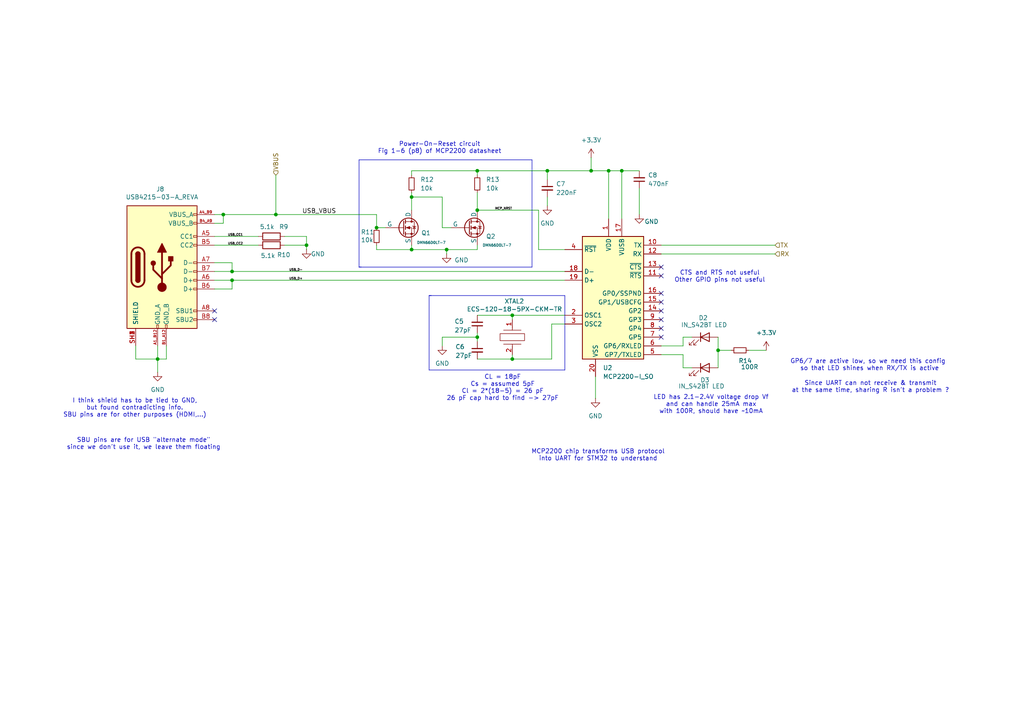
<source format=kicad_sch>
(kicad_sch (version 20250114) (generator "eeschema") (generator_version "9.0")
  (paper "A4")
  (title_block (company "N-Pulse"))
  (lib_symbols
    (symbol "Device:C_Small" (pin_numbers (hide yes)) (pin_names (offset 0.254) (hide yes))
      (property "Reference" "C" (at 0.254 1.778 0))
      (property "Value" "C_Small" (at 0.254 -2.032 0))
      (symbol "C_Small_0_1"
        (polyline (pts (xy -1.524 0.508) (xy 1.524 0.508)) (stroke (width 0.3048)))
        (polyline (pts (xy -1.524 -0.508) (xy 1.524 -0.508)) (stroke (width 0.3302)))
      )
      (symbol "C_Small_1_1"
        (pin passive line (at 0 2.54 270) (length 2.032) (name "~") (number "1"))
        (pin passive line (at 0 -2.54 90) (length 2.032) (name "~") (number "2"))
      )
    )
    (symbol "Device:LED" (pin_numbers (hide yes)) (pin_names (offset 1.016) (hide yes))
      (property "Reference" "D" (at 0 2.54 0))
      (property "Value" "LED" (at 0 -2.54 0))
      (symbol "LED_0_1"
        (polyline (pts (xy -3.048 -0.762) (xy -4.572 -2.286) (xy -3.81 -2.286) (xy -4.572 -2.286) (xy -4.572 -1.524)))
        (polyline (pts (xy -1.778 -0.762) (xy -3.302 -2.286) (xy -2.54 -2.286) (xy -3.302 -2.286) (xy -3.302 -1.524)))
        (polyline (pts (xy -1.27 0) (xy 1.27 0)))
        (polyline (pts (xy -1.27 -1.27) (xy -1.27 1.27)) (stroke (width 0.254)))
        (polyline (pts (xy 1.27 -1.27) (xy 1.27 1.27) (xy -1.27 0) (xy 1.27 -1.27)) (stroke (width 0.254)))
      )
      (symbol "LED_1_1"
        (pin passive line (at -3.81 0 0) (length 2.54) (name "K") (number "1"))
        (pin passive line (at 3.81 0 180) (length 2.54) (name "A") (number "2"))
      )
    )
    (symbol "Device:R" (pin_numbers (hide yes)) (pin_names (offset 0))
      (property "Reference" "R" (at 2.032 0 90))
      (property "Value" "R" (at 0 0 90))
      (symbol "R_0_1"
        (rectangle (start -1.016 -2.54) (end 1.016 2.54) (stroke (width 0.254)))
      )
      (symbol "R_1_1"
        (pin passive line (at 0 3.81 270) (length 1.27) (name "~") (number "1"))
        (pin passive line (at 0 -3.81 90) (length 1.27) (name "~") (number "2"))
      )
    )
    (symbol "Device:R_Small" (pin_numbers (hide yes)) (pin_names (offset 0.254) (hide yes))
      (property "Reference" "R" (at 0.762 0.508 0))
      (property "Value" "R_Small" (at 0.762 -1.016 0))
      (symbol "R_Small_0_1"
        (rectangle (start -0.762 1.778) (end 0.762 -1.778) (stroke (width 0.2032)))
      )
      (symbol "R_Small_1_1"
        (pin passive line (at 0 2.54 270) (length 0.762) (name "~") (number "1"))
        (pin passive line (at 0 -2.54 90) (length 0.762) (name "~") (number "2"))
      )
    )
    (symbol "ECS-120-18-5PX-CKM-TR:ECS-120-18-5PX-CKM-TR" (pin_names (offset 0.762))
      (property "Reference" "Y" (at 8.89 6.35 0))
      (property "Value" "ECS-120-18-5PX-CKM-TR" (at 8.89 3.81 0))
      (symbol "ECS-120-18-5PX-CKM-TR_0_0"
        (pin passive line (at 0 0 0) (length 2.54) (name "~") (number "1"))
        (pin passive line (at 10.16 0 180) (length 2.54) (name "~") (number "2"))
      )
      (symbol "ECS-120-18-5PX-CKM-TR_0_1"
        (polyline (pts (xy 3.048 2.54) (xy 3.048 -2.54)) (stroke (width 0.1524)))
        (polyline (pts (xy 3.048 0) (xy 2.54 0)) (stroke (width 0.1524)))
        (polyline (pts (xy 4.064 3.556) (xy 4.064 -3.556) (xy 6.096 -3.556) (xy 6.096 3.556) (xy 4.064 3.556)) (stroke (width 0.1524)))
        (polyline (pts (xy 7.112 2.54) (xy 7.112 -2.54)) (stroke (width 0.1524)))
        (polyline (pts (xy 7.112 0) (xy 7.62 0)) (stroke (width 0.1524)))
      )
    )
    (symbol "MCP2200-I_SO:MCP2200-I_SO"
      (property "Reference" "IC" (at 9.652 15.748 0))
      (property "Value" "MCP2200-I_SO" (at 2.794 13.462 0))
      (symbol "MCP2200-I_SO_0_1"
        (rectangle (start 0 0) (end 17.78 -35.56) (stroke (width 0.254)) (fill (type background)))
      )
      (symbol "MCP2200-I_SO_1_1"
        (pin input line (at -5.08 -3.81 0) (length 5.08) (name "~{RST}") (number "4"))
        (pin bidirectional line (at -5.08 -10.16 0) (length 5.08) (name "D-") (number "18"))
        (pin bidirectional line (at -5.08 -12.7 0) (length 5.08) (name "D+") (number "19"))
        (pin input line (at -5.08 -22.86 0) (length 5.08) (name "OSC1") (number "2"))
        (pin output line (at -5.08 -25.4 0) (length 5.08) (name "OSC2") (number "3"))
        (pin power_in line (at 3.81 -40.64 90) (length 5.08) (name "VSS") (number "20"))
        (pin power_in line (at 7.62 5.08 270) (length 5.08) (name "VDD") (number "1"))
        (pin passive line (at 11.43 5.08 270) (length 5.08) (name "VUSB") (number "17"))
        (pin output line (at 22.86 -2.54 180) (length 5.08) (name "TX") (number "10"))
        (pin input line (at 22.86 -5.08 180) (length 5.08) (name "RX") (number "12"))
        (pin unspecified line (at 22.86 -8.89 180) (length 5.08) (name "~{CTS}") (number "13"))
        (pin unspecified line (at 22.86 -11.43 180) (length 5.08) (name "~{RTS}") (number "11"))
        (pin bidirectional line (at 22.86 -16.51 180) (length 5.08) (name "GP0/SSPND") (number "16"))
        (pin bidirectional line (at 22.86 -19.05 180) (length 5.08) (name "GP1/USBCFG") (number "15"))
        (pin bidirectional line (at 22.86 -21.59 180) (length 5.08) (name "GP2") (number "14"))
        (pin bidirectional line (at 22.86 -24.13 180) (length 5.08) (name "GP3") (number "9"))
        (pin bidirectional line (at 22.86 -26.67 180) (length 5.08) (name "GP4") (number "8"))
        (pin bidirectional line (at 22.86 -29.21 180) (length 5.08) (name "GP5") (number "7"))
        (pin bidirectional line (at 22.86 -31.75 180) (length 5.08) (name "GP6/RXLED") (number "6"))
        (pin bidirectional line (at 22.86 -34.29 180) (length 5.08) (name "GP7/TXLED") (number "5"))
      )
    )
    (symbol "Simulation_SPICE:NMOS" (pin_numbers (hide yes)) (pin_names (offset 0))
      (property "Reference" "Q" (at 5.08 1.27 0))
      (property "Value" "NMOS" (at 5.08 -1.27 0))
      (symbol "NMOS_0_1"
        (polyline (pts (xy 0.254 1.905) (xy 0.254 -1.905)) (stroke (width 0.254)))
        (polyline (pts (xy 0.254 0) (xy -2.54 0)))
        (polyline (pts (xy 0.762 2.286) (xy 0.762 1.27)) (stroke (width 0.254)))
        (polyline (pts (xy 0.762 0.508) (xy 0.762 -0.508)) (stroke (width 0.254)))
        (polyline (pts (xy 0.762 -1.27) (xy 0.762 -2.286)) (stroke (width 0.254)))
        (polyline (pts (xy 0.762 -1.778) (xy 3.302 -1.778) (xy 3.302 1.778) (xy 0.762 1.778)))
        (polyline (pts (xy 1.016 0) (xy 2.032 0.381) (xy 2.032 -0.381) (xy 1.016 0)) (fill (type outline)))
        (circle (center 1.651 0) (radius 2.794) (stroke (width 0.254)))
        (polyline (pts (xy 2.54 2.54) (xy 2.54 1.778)))
        (circle (center 2.54 1.778) (radius 0.254) (fill (type outline)))
        (circle (center 2.54 -1.778) (radius 0.254) (fill (type outline)))
        (polyline (pts (xy 2.54 -2.54) (xy 2.54 0) (xy 0.762 0)))
        (polyline (pts (xy 2.794 0.508) (xy 2.921 0.381) (xy 3.683 0.381) (xy 3.81 0.254)))
        (polyline (pts (xy 3.302 0.381) (xy 2.921 -0.254) (xy 3.683 -0.254) (xy 3.302 0.381)))
      )
      (symbol "NMOS_1_1"
        (pin input line (at -5.08 0 0) (length 2.54) (name "G") (number "2"))
        (pin passive line (at 2.54 5.08 270) (length 2.54) (name "D") (number "1"))
        (pin passive line (at 2.54 -5.08 90) (length 2.54) (name "S") (number "3"))
      )
    )
    (symbol "USB4215-03-A_REVA_1" (pin_names (offset 1.016))
      (property "Reference" "J8" (at 9.652 4.826 0))
      (property "Value" "USB4215-03-A_REVA" (at 10.16 2.54 0))
      (symbol "USB4215-03-A_REVA_1_0_0"
        (rectangle (start 8.636 -34.544) (end 9.144 -35.56))
        (rectangle (start 11.146 -34.5113) (end 11.654 -35.5273))
        (rectangle (start 19.304 -2.286) (end 20.32 -2.794))
        (rectangle (start 19.3111 -4.7978) (end 20.3271 -5.3058))
        (rectangle (start 20.32 -8.636) (end 19.304 -9.144))
        (rectangle (start 20.32 -11.176) (end 19.304 -11.684))
        (rectangle (start 20.32 -16.256) (end 19.304 -16.764))
        (rectangle (start 20.32 -18.796) (end 19.304 -19.304))
        (rectangle (start 20.32 -21.336) (end 19.304 -21.844))
        (rectangle (start 20.32 -23.876) (end 19.304 -24.384))
        (rectangle (start 20.32 -30.226) (end 19.304 -30.734))
        (rectangle (start 20.32 -32.766) (end 19.304 -33.274))
      )
      (symbol "USB4215-03-A_REVA_1_0_1"
        (rectangle (start 0 0) (end 20.32 -35.56) (stroke (width 0.254)) (fill (type background)))
        (polyline (pts (xy 1.27 -21.59) (xy 1.27 -13.97)) (stroke (width 0.508)))
        (rectangle (start 2.54 -21.59) (end 3.81 -13.97) (stroke (width 0.254)) (fill (type outline)))
        (arc (start 2.54 -13.97) (mid 3.175 -13.3377) (end 3.81 -13.97) (stroke (width 0.254)))
        (arc (start 2.54 -13.97) (mid 3.175 -13.3377) (end 3.81 -13.97) (stroke (width 0.254)) (fill (type outline)))
        (arc (start 1.27 -13.97) (mid 3.175 -12.0733) (end 5.08 -13.97) (stroke (width 0.508)))
        (arc (start 5.08 -21.59) (mid 3.175 -23.4867) (end 1.27 -21.59) (stroke (width 0.508)))
        (arc (start 3.81 -21.59) (mid 3.175 -22.2223) (end 2.54 -21.59) (stroke (width 0.254)))
        (arc (start 3.81 -21.59) (mid 3.175 -22.2223) (end 2.54 -21.59) (stroke (width 0.254)) (fill (type outline)))
        (polyline (pts (xy 5.08 -13.97) (xy 5.08 -21.59)) (stroke (width 0.508)))
        (circle (center 7.62 -16.637) (radius 0.635) (stroke (width 0.254)) (fill (type outline)))
        (polyline (pts (xy 8.89 -13.462) (xy 10.16 -10.922) (xy 11.43 -13.462) (xy 8.89 -13.462)) (stroke (width 0.254)) (fill (type outline)))
        (polyline (pts (xy 10.16 -19.812) (xy 12.7 -17.272) (xy 12.7 -16.002)) (stroke (width 0.508)))
        (polyline (pts (xy 10.16 -21.082) (xy 7.62 -18.542) (xy 7.62 -17.272)) (stroke (width 0.508)))
        (polyline (pts (xy 10.16 -23.622) (xy 10.16 -13.462)) (stroke (width 0.508)))
        (circle (center 10.16 -23.622) (radius 1.27) (fill (type outline)))
        (rectangle (start 12.065 -16.002) (end 13.335 -14.732) (stroke (width 0.254)) (fill (type outline)))
      )
      (symbol "USB4215-03-A_REVA_1_1_1"
        (pin passive line (at 2.54 -40.64 90) (length 5.08) (name "SHIELD") (number "SH1"))
        (pin passive line (at 2.54 -40.64 90) (length 5.08) (name "SHIELD") (number "SH2"))
        (pin passive line (at 2.54 -40.64 90) (length 5.08) (name "SHIELD") (number "SH3"))
        (pin passive line (at 2.54 -40.64 90) (length 5.08) (name "SHIELD") (number "SH4"))
        (pin power_in line (at 8.89 -40.64 90) (length 5.08) (name "GND_A") (number "A1_B12"))
        (pin power_in line (at 11.43 -40.64 90) (length 5.08) (name "GND_B") (number "B1_A12"))
        (pin power_in line (at 25.4 -2.54 180) (length 5.08) (name "VBUS_A") (number "A4_B9"))
        (pin power_in line (at 25.4 -5.08 180) (length 5.08) (name "VBUS_B") (number "B4_A9"))
        (pin bidirectional line (at 25.4 -8.89 180) (length 5.08) (name "CC1") (number "A5"))
        (pin bidirectional line (at 25.4 -11.43 180) (length 5.08) (name "CC2") (number "B5"))
        (pin bidirectional line (at 25.4 -16.51 180) (length 5.08) (name "D-") (number "A7"))
        (pin bidirectional line (at 25.4 -19.05 180) (length 5.08) (name "D-") (number "B7"))
        (pin bidirectional line (at 25.4 -21.59 180) (length 5.08) (name "D+") (number "A6"))
        (pin bidirectional line (at 25.4 -24.13 180) (length 5.08) (name "D+") (number "B6"))
        (pin bidirectional line (at 25.4 -30.48 180) (length 5.08) (name "SBU1") (number "A8"))
        (pin bidirectional line (at 25.4 -33.02 180) (length 5.08) (name "SBU2") (number "B8"))
      )
    )
    (symbol "power:+3.3V" (power) (pin_numbers (hide yes)) (pin_names (offset 0) (hide yes))
      (property "Value" "+3.3V" (at 0 3.556 0))
      (symbol "+3.3V_0_1"
        (polyline (pts (xy -0.762 1.27) (xy 0 2.54)))
        (polyline (pts (xy 0 2.54) (xy 0.762 1.27)))
        (polyline (pts (xy 0 0) (xy 0 2.54)))
      )
      (symbol "+3.3V_1_1"
        (pin power_in line (at 0 0 90) (length 0) (name "~") (number "1"))
      )
    )
    (symbol "power:GND" (power) (pin_numbers (hide yes)) (pin_names (offset 0) (hide yes))
      (property "Value" "GND" (at 0 -3.81 0))
      (symbol "GND_0_1"
        (polyline (pts (xy 0 0) (xy 0 -1.27) (xy 1.27 -1.27) (xy 0 -2.54) (xy -1.27 -1.27) (xy 0 -1.27)))
      )
      (symbol "GND_1_1"
        (pin power_in line (at 0 0 270) (length 0) (name "~") (number "1"))
      )
    )
  )
  (text "Power-On-Reset circuit\nFig 1-6 (p8) of MCP2200 datasheet" (at 127.508 42.926 0) (effects (font (size 1.27 1.27))))
  (text "I think shield has to be tied to GND,\nbut found contradicting info.\nSBU pins are for other purposes (HDMI,...)" (at 39.116 118.364 0) (effects (font (size 1.27 1.27))))
  (text "Since UART can not receive & transmit\nat the same time, sharing R isn't a problem ?" (at 252.476 112.268 0) (effects (font (size 1.27 1.27))))
  (text "GP6/7 are active low, so we need this config \nso that LED shines when RX/TX is active" (at 252.222 105.918 0) (effects (font (size 1.27 1.27))))
  (text "LED has 2.1-2.4V voltage drop Vf\nand can handle 25mA max\nwith 100R, should have ~10mA" (at 206.248 117.348 0) (effects (font (size 1.27 1.27))))
  (text "SBU pins are for USB \"alternate mode\"\nsince we don't use it, we leave them floating" (at 41.656 128.778 0) (effects (font (size 1.27 1.27))))
  (text "CL = 18pF\nCs = assumed 5pF\nCl = 2*(18-5) = 26 pF\n26 pF cap hard to find -> 27pF" (at 145.796 112.522 0) (effects (font (size 1.27 1.27))))
  (text "MCP2200 chip transforms USB protocol\ninto UART for STM32 to understand" (at 173.482 132.08 0) (effects (font (size 1.27 1.27))))
  (text "CTS and RTS not useful\nOther GPIO pins not useful" (at 208.788 80.264 0) (effects (font (size 1.27 1.27))))
  (junction (at 171.45 49.53))
  (junction (at 119.38 57.15))
  (junction (at 148.59 104.14))
  (junction (at 80.01 62.23))
  (junction (at 109.22 66.04))
  (junction (at 176.53 49.53))
  (junction (at 129.54 72.39))
  (junction (at 45.72 104.14))
  (junction (at 138.43 49.53))
  (junction (at 67.31 78.74))
  (junction (at 138.43 60.96))
  (junction (at 64.77 62.23))
  (junction (at 119.38 72.39))
  (junction (at 180.34 49.53))
  (junction (at 158.75 49.53))
  (junction (at 148.59 91.44))
  (junction (at 67.31 81.28))
  (junction (at 208.28 101.6))
  (junction (at 138.43 97.79))
  (junction (at 88.9 71.12))
  (no_connect (at 191.77 85.09))
  (no_connect (at 62.23 90.17))
  (no_connect (at 62.23 92.71))
  (no_connect (at 191.77 77.47))
  (no_connect (at 191.77 87.63))
  (no_connect (at 191.77 90.17))
  (no_connect (at 191.77 92.71))
  (no_connect (at 191.77 80.01))
  (no_connect (at 191.77 97.79))
  (no_connect (at 191.77 95.25))
  (wire (pts (xy 119.38 55.88) (xy 119.38 57.15)))
  (wire (pts (xy 128.27 97.79) (xy 128.27 100.33)))
  (wire (pts (xy 176.53 49.53) (xy 176.53 63.5)))
  (wire (pts (xy 129.54 72.39) (xy 129.54 73.66)))
  (wire (pts (xy 138.43 91.44) (xy 148.59 91.44)))
  (wire (pts (xy 109.22 66.04) (xy 111.76 66.04)))
  (polyline (pts (xy 104.14 46.355) (xy 104.14 77.47)))
  (wire (pts (xy 191.77 73.66) (xy 224.79 73.66)))
  (wire (pts (xy 88.9 71.12) (xy 88.9 72.39)))
  (wire (pts (xy 138.43 104.14) (xy 148.59 104.14)))
  (wire (pts (xy 148.59 91.44) (xy 148.59 92.71)))
  (wire (pts (xy 62.23 81.28) (xy 67.31 81.28)))
  (wire (pts (xy 138.43 55.88) (xy 138.43 60.96)))
  (wire (pts (xy 62.23 76.2) (xy 67.31 76.2)))
  (wire (pts (xy 158.75 57.15) (xy 158.75 59.69)))
  (wire (pts (xy 67.31 83.82) (xy 62.23 83.82)))
  (wire (pts (xy 45.72 107.95) (xy 45.72 104.14)))
  (wire (pts (xy 128.27 57.15) (xy 128.27 66.04)))
  (wire (pts (xy 109.22 72.39) (xy 109.22 71.12)))
  (polyline (pts (xy 163.83 107.315) (xy 124.46 107.315)))
  (wire (pts (xy 62.23 64.77) (xy 64.77 64.77)))
  (wire (pts (xy 138.43 71.12) (xy 138.43 72.39)))
  (polyline (pts (xy 124.46 85.725) (xy 125.095 85.725)))
  (wire (pts (xy 109.22 72.39) (xy 119.38 72.39)))
  (wire (pts (xy 138.43 97.79) (xy 128.27 97.79)))
  (wire (pts (xy 67.31 81.28) (xy 67.31 83.82)))
  (polyline (pts (xy 104.14 46.355) (xy 154.305 46.355)))
  (wire (pts (xy 62.23 62.23) (xy 64.77 62.23)))
  (wire (pts (xy 39.37 100.33) (xy 39.37 104.14)))
  (wire (pts (xy 148.59 104.14) (xy 160.02 104.14)))
  (wire (pts (xy 80.01 62.23) (xy 109.22 62.23)))
  (wire (pts (xy 208.28 97.79) (xy 208.28 101.6)))
  (wire (pts (xy 39.37 104.14) (xy 45.72 104.14)))
  (wire (pts (xy 160.02 93.98) (xy 160.02 104.14)))
  (wire (pts (xy 185.42 54.61) (xy 185.42 62.23)))
  (wire (pts (xy 119.38 71.12) (xy 119.38 72.39)))
  (wire (pts (xy 180.34 49.53) (xy 185.42 49.53)))
  (wire (pts (xy 67.31 76.2) (xy 67.31 78.74)))
  (wire (pts (xy 176.53 49.53) (xy 180.34 49.53)))
  (wire (pts (xy 64.77 62.23) (xy 80.01 62.23)))
  (wire (pts (xy 198.12 97.79) (xy 200.66 97.79)))
  (wire (pts (xy 62.23 71.12) (xy 74.93 71.12)))
  (wire (pts (xy 138.43 96.52) (xy 138.43 97.79)))
  (wire (pts (xy 119.38 49.53) (xy 138.43 49.53)))
  (wire (pts (xy 138.43 72.39) (xy 129.54 72.39)))
  (wire (pts (xy 212.09 101.6) (xy 208.28 101.6)))
  (wire (pts (xy 82.55 71.12) (xy 88.9 71.12)))
  (wire (pts (xy 80.01 50.8) (xy 80.01 62.23)))
  (wire (pts (xy 172.72 109.22) (xy 172.72 115.57)))
  (wire (pts (xy 138.43 97.79) (xy 138.43 99.06)))
  (wire (pts (xy 129.54 72.39) (xy 119.38 72.39)))
  (wire (pts (xy 67.31 78.74) (xy 163.83 78.74)))
  (polyline (pts (xy 104.14 77.47) (xy 104.775 77.47)))
  (wire (pts (xy 45.72 100.33) (xy 45.72 104.14)))
  (wire (pts (xy 64.77 64.77) (xy 64.77 62.23)))
  (wire (pts (xy 62.23 68.58) (xy 74.93 68.58)))
  (wire (pts (xy 88.9 68.58) (xy 88.9 71.12)))
  (wire (pts (xy 198.12 102.87) (xy 191.77 102.87)))
  (wire (pts (xy 138.43 49.53) (xy 158.75 49.53)))
  (wire (pts (xy 148.59 102.87) (xy 148.59 104.14)))
  (wire (pts (xy 158.75 49.53) (xy 171.45 49.53)))
  (wire (pts (xy 119.38 57.15) (xy 119.38 60.96)))
  (wire (pts (xy 48.26 104.14) (xy 48.26 100.33)))
  (wire (pts (xy 198.12 106.68) (xy 200.66 106.68)))
  (wire (pts (xy 198.12 106.68) (xy 198.12 102.87)))
  (wire (pts (xy 158.75 49.53) (xy 158.75 52.07)))
  (polyline (pts (xy 124.46 85.725) (xy 124.46 107.315)))
  (wire (pts (xy 191.77 100.33) (xy 198.12 100.33)))
  (wire (pts (xy 119.38 57.15) (xy 128.27 57.15)))
  (polyline (pts (xy 124.46 85.725) (xy 163.83 85.725)))
  (wire (pts (xy 160.02 93.98) (xy 163.83 93.98)))
  (wire (pts (xy 171.45 45.72) (xy 171.45 49.53)))
  (wire (pts (xy 156.21 72.39) (xy 163.83 72.39)))
  (wire (pts (xy 138.43 60.96) (xy 156.21 60.96)))
  (wire (pts (xy 148.59 91.44) (xy 163.83 91.44)))
  (wire (pts (xy 82.55 68.58) (xy 88.9 68.58)))
  (wire (pts (xy 138.43 49.53) (xy 138.43 50.8)))
  (wire (pts (xy 191.77 71.12) (xy 224.79 71.12)))
  (wire (pts (xy 45.72 104.14) (xy 48.26 104.14)))
  (wire (pts (xy 156.21 60.96) (xy 156.21 72.39)))
  (wire (pts (xy 67.31 81.28) (xy 163.83 81.28)))
  (wire (pts (xy 208.28 101.6) (xy 208.28 106.68)))
  (wire (pts (xy 198.12 100.33) (xy 198.12 97.79)))
  (wire (pts (xy 109.22 62.23) (xy 109.22 66.04)))
  (polyline (pts (xy 104.14 77.47) (xy 154.305 77.47)))
  (wire (pts (xy 119.38 50.8) (xy 119.38 49.53)))
  (wire (pts (xy 67.31 78.74) (xy 62.23 78.74)))
  (wire (pts (xy 217.17 101.6) (xy 222.25 101.6)))
  (wire (pts (xy 128.27 66.04) (xy 130.81 66.04)))
  (wire (pts (xy 180.34 63.5) (xy 180.34 49.53)))
  (polyline (pts (xy 163.83 85.725) (xy 163.83 107.315)))
  (wire (pts (xy 171.45 49.53) (xy 176.53 49.53)))
  (polyline (pts (xy 154.305 77.47) (xy 154.305 46.355)))
  (label "USB_VBUS" (at 87.63 62.23 0))
  (label "USB_CC1" (at 66.04 68.58 0) (effects (font (size 0.635 0.635))))
  (label "USB_CC2" (at 66.04 71.12 0) (effects (font (size 0.635 0.635))))
  (label "MCP_NRST" (at 143.51 60.96 0) (effects (font (size 0.635 0.635))))
  (label "USB_D+" (at 83.82 81.28 0) (effects (font (size 0.635 0.635))))
  (label "USB_D-" (at 83.82 78.74 0) (effects (font (size 0.635 0.635))))
  (hierarchical_label "TX" (shape input) (at 224.79 71.12 0))
  (hierarchical_label "RX" (shape input) (at 224.79 73.66 0))
  (hierarchical_label "VBUS" (shape input) (at 80.01 50.8 90))
  (symbol (lib_id "Simulation_SPICE:NMOS") (at 135.89 66.04 0) (unit 1)
    (property "Reference" "Q2" (at 140.97 68.58 0) (effects (justify left)))
    (property "Value" "DMN66D0LT-7" (at 139.954 71.12 0) (effects (font (size 0.762 0.762)) (justify left)))
    (property "Footprint" "DMN66D0LT-7:SOT50P160X90-3N" (effects (hide yes)))
    (property "Datasheet" "https://ngspice.sourceforge.io/docs/ngspice-html-manual/manual.xhtml#cha_MOSFETs" (effects (hide yes)))
    (property "Description" "N-MOSFET transistor, drain/source/gate" (effects (hide yes)))
    (property "Description_1" "Trans MOSFET N-CH 60V 0.115A 3-Pin SOT-523 T/R" (effects (hide yes)))
    (property "Height" "0.9" (effects (hide yes)))
    (property "Mouser Part Number" "621-DMN66D0LT-7" (effects (hide yes)))
    (property "Mouser Price/Stock" "https://www.mouser.co.uk/ProductDetail/Diodes-Incorporated/DMN66D0LT-7?qs=ptj1V1atRApcnSIo%2FSL0QQ%3D%3D" (effects (hide yes)))
    (property "Manufacturer_Name" "Diodes Incorporated" (effects (hide yes)))
    (property "Manufacturer_Part_Number" "DMN66D0LT-7" (effects (hide yes)))
    (property "Sim.Device" "NMOS" (effects (hide yes)))
    (property "Sim.Type" "VDMOS" (effects (hide yes)))
    (property "Sim.Pins" "1=D 2=G 3=S" (effects (hide yes)))
  )
  (symbol (lib_name "USB4215-03-A_REVA_1") (lib_id "USB4215-03-A_REVA:USB4215-03-A_REVA") (at 36.83 59.69 0) (unit 1)
    (property "Reference" "J8" (at 46.482 54.864 0))
    (property "Value" "USB4215-03-A_REVA" (at 46.99 57.15 0))
    (property "Footprint" "USB4215_03_A:GCT_USB4215-03-A_REVA" (effects (hide yes)))
    (property "MF" "Global Connector Technology" (effects (hide yes)))
    (property "MAXIMUM_PACKAGE_HEIGHT" "3.16mm" (effects (hide yes)))
    (property "Package" "None" (effects (hide yes)))
    (property "Price" "None" (effects (hide yes)))
    (property "Check_prices" "https://www.snapeda.com/parts/USB4215-03-A/Global+Connector+Technology/view-part/?ref=eda" (effects (hide yes)))
    (property "STANDARD" "Manufacturer Recommendations" (effects (hide yes)))
    (property "PARTREV" "A" (effects (hide yes)))
    (property "SnapEDA_Link" "https://www.snapeda.com/parts/USB4215-03-A/Global+Connector+Technology/view-part/?ref=snap" (effects (hide yes)))
    (property "MP" "USB4215-03-A" (effects (hide yes)))
    (property "Description_1" "USB-C (USB TYPE-C) USB 2.0 Receptacle Connector 24 (16+8 Dummy) Position Surface Mount, Right Angle; Through Hole" (effects (hide yes)))
    (property "MANUFACTURER" "Global Connector Technology" (effects (hide yes)))
    (property "Availability" "In Stock" (effects (hide yes)))
    (property "SNAPEDA_PN" "USB4215-03-A" (effects (hide yes)))
  )
  (symbol (lib_id "ECS-120-18-5PX-CKM-TR:ECS-120-18-5PX-CKM-TR") (at 148.59 92.71 270) (unit 1)
    (property "Reference" "XTAL2" (at 146.304 87.376 90) (effects (justify left)))
    (property "Value" "ECS-120-18-5PX-CKM-TR" (at 135.382 89.662 90) (effects (justify left)))
    (property "Footprint" "ECS-120-18-5PX-CKM-TR:ECS120185PXCKMTR" (effects (hide yes)))
    (property "Datasheet" "https://www.digikey.com/en/products/detail/ecs-inc/ECS-120-18-5PX-TR/827395" (effects (hide yes)))
    (property "Description" "Crystals CRYSTAL 12MHZ 18pF +/-10ppm +/-10ppm -20 C 70C" (effects (hide yes)))
    (property "Description_1" "Crystals CRYSTAL 12MHZ 18pF +/-10ppm +/-10ppm -20 C 70C" (effects (hide yes)))
    (property "Height" "4.3" (effects (hide yes)))
    (property "Mouser Part Number" "520-ECS120185PXCKMTR" (effects (hide yes)))
    (property "Mouser Price/Stock" "https://www.mouser.co.uk/ProductDetail/ECS/ECS-120-18-5PX-CKM-TR?qs=7MVldsJ5UaxGiQ3V9H8iDw%3D%3D" (effects (hide yes)))
    (property "Manufacturer_Name" "ECS" (effects (hide yes)))
    (property "Manufacturer_Part_Number" "ECS-120-18-5PX-CKM-TR" (effects (hide yes)))
  )
  (symbol (lib_id "power:GND") (at 128.27 100.33 0) (unit 1)
    (property "Reference" "#PWR018" (effects (hide yes)))
    (property "Value" "GND" (at 128.27 105.41 0))
    (property "Description" "Power symbol creates a global label with name \"GND\" , ground" (effects (hide yes)))
  )
  (symbol (lib_id "power:GND") (at 45.72 107.95 0) (unit 1)
    (property "Reference" "#PWR016" (effects (hide yes)))
    (property "Value" "GND" (at 45.72 113.03 0))
    (property "Description" "Power symbol creates a global label with name \"GND\" , ground" (effects (hide yes)))
  )
  (symbol (lib_id "power:+3.3V") (at 171.45 45.72 0) (unit 1)
    (property "Reference" "#PWR021" (effects (hide yes)))
    (property "Value" "+3.3V" (at 171.45 40.64 0))
    (property "Description" "Power symbol creates a global label with name \"+3.3V\"" (effects (hide yes)))
  )
  (symbol (lib_id "MCP2200-I_SO:MCP2200-I_SO") (at 168.91 68.58 0) (unit 1)
    (property "Reference" "U2" (at 174.8633 106.68 0) (effects (justify left)))
    (property "Value" "MCP2200-I_SO" (at 174.8633 109.22 0) (effects (justify left)))
    (property "Footprint" "MCP2200-I_SO:SOIC127P1030X265-20N" (effects (hide yes)))
    (property "Datasheet" "https://datasheet.datasheetarchive.com/originals/distributors/Datasheets-DGA2/214544.pdf" (effects (hide yes)))
    (property "Description" "USB 2.0 to serial UART converter w/ GPIO" (effects (hide yes)))
    (property "Height" "2.65" (effects (hide yes)))
    (property "Mouser Part Number" "579-MCP2200-I/SO" (effects (hide yes)))
    (property "Mouser Price/Stock" "https://www.mouser.co.uk/ProductDetail/Microchip-Technology/MCP2200-I-SO?qs=kI7nsUnms46fN8L9VZlJCA%3D%3D" (effects (hide yes)))
    (property "Manufacturer_Name" "Microchip" (effects (hide yes)))
    (property "Manufacturer_Part_Number" "MCP2200-I/SO" (effects (hide yes)))
  )
  (symbol (lib_id "Device:C_Small") (at 138.43 101.6 0) (unit 1)
    (property "Reference" "C6" (at 132.08 100.584 0) (effects (justify left)))
    (property "Value" "27pF" (at 132.08 103.124 0) (effects (justify left)))
    (property "Footprint" "Capacitor_SMD:C_0805_2012Metric" (effects (hide yes)))
    (property "Description" "Unpolarized capacitor, small symbol" (effects (hide yes)))
  )
  (symbol (lib_id "Simulation_SPICE:NMOS") (at 116.84 66.04 0) (unit 1)
    (property "Reference" "Q1" (at 122.174 67.564 0) (effects (justify left)))
    (property "Value" "DMN66D0LT-7" (at 120.904 70.358 0) (effects (font (size 0.762 0.762)) (justify left)))
    (property "Footprint" "DMN66D0LT-7:SOT50P160X90-3N" (effects (hide yes)))
    (property "Datasheet" "https://ngspice.sourceforge.io/docs/ngspice-html-manual/manual.xhtml#cha_MOSFETs" (effects (hide yes)))
    (property "Description" "N-MOSFET transistor, drain/source/gate" (effects (hide yes)))
    (property "Description_1" "Trans MOSFET N-CH 60V 0.115A 3-Pin SOT-523 T/R" (effects (hide yes)))
    (property "Height" "0.9" (effects (hide yes)))
    (property "Mouser Part Number" "621-DMN66D0LT-7" (effects (hide yes)))
    (property "Mouser Price/Stock" "https://www.mouser.co.uk/ProductDetail/Diodes-Incorporated/DMN66D0LT-7?qs=ptj1V1atRApcnSIo%2FSL0QQ%3D%3D" (effects (hide yes)))
    (property "Manufacturer_Name" "Diodes Incorporated" (effects (hide yes)))
    (property "Manufacturer_Part_Number" "DMN66D0LT-7" (effects (hide yes)))
    (property "Sim.Device" "NMOS" (effects (hide yes)))
    (property "Sim.Type" "VDMOS" (effects (hide yes)))
    (property "Sim.Pins" "1=D 2=G 3=S" (effects (hide yes)))
  )
  (symbol (lib_id "power:GND") (at 185.42 62.23 0) (unit 1)
    (property "Reference" "#PWR023" (effects (hide yes)))
    (property "Value" "GND" (at 188.976 64.262 0))
    (property "Description" "Power symbol creates a global label with name \"GND\" , ground" (effects (hide yes)))
  )
  (symbol (lib_id "Device:C_Small") (at 138.43 93.98 180) (unit 1)
    (property "Reference" "C5" (at 131.826 93.218 0) (effects (justify right)))
    (property "Value" "27pF" (at 131.826 95.758 0) (effects (justify right)))
    (property "Footprint" "Capacitor_SMD:C_0805_2012Metric" (effects (hide yes)))
    (property "Description" "Unpolarized capacitor, small symbol" (effects (hide yes)))
  )
  (symbol (lib_id "Device:R") (at 78.74 71.12 90) (unit 1)
    (property "Reference" "R10" (at 82.296 73.914 90))
    (property "Value" "5.1k" (at 77.724 74.168 90))
    (property "Footprint" "Resistor_SMD:R_0402_1005Metric" (effects (hide yes)))
    (property "Description" "Resistor" (effects (hide yes)))
  )
  (symbol (lib_id "power:GND") (at 172.72 115.57 0) (unit 1)
    (property "Reference" "#PWR022" (effects (hide yes)))
    (property "Value" "GND" (at 172.72 120.65 0))
    (property "Description" "Power symbol creates a global label with name \"GND\" , ground" (effects (hide yes)))
  )
  (symbol (lib_id "Device:R") (at 78.74 68.58 90) (unit 1)
    (property "Reference" "R9" (at 82.296 65.786 90))
    (property "Value" "5.1k" (at 77.47 65.786 90))
    (property "Footprint" "Resistor_SMD:R_0402_1005Metric" (effects (hide yes)))
    (property "Description" "Resistor" (effects (hide yes)))
  )
  (symbol (lib_id "power:+3.3V") (at 222.25 101.6 0) (unit 1)
    (property "Reference" "#PWR024" (effects (hide yes)))
    (property "Value" "+3.3V" (at 222.25 96.52 0))
    (property "Description" "Power symbol creates a global label with name \"+3.3V\"" (effects (hide yes)))
  )
  (symbol (lib_id "Device:R_Small") (at 214.63 101.6 90) (unit 1)
    (property "Reference" "R14" (at 216.154 104.648 90))
    (property "Value" "100R" (at 217.424 106.426 90))
    (property "Footprint" "Resistor_SMD:R_0402_1005Metric" (effects (hide yes)))
    (property "Description" "Resistor, small symbol" (effects (hide yes)))
  )
  (symbol (lib_id "Device:R_Small") (at 109.22 68.58 0) (unit 1)
    (property "Reference" "R11" (at 104.648 67.31 0) (effects (justify left)))
    (property "Value" "10k" (at 104.648 69.596 0) (effects (justify left)))
    (property "Footprint" "Resistor_SMD:R_0402_1005Metric" (effects (hide yes)))
    (property "Description" "Resistor, small symbol" (effects (hide yes)))
  )
  (symbol (lib_id "Device:LED") (at 204.47 106.68 0) (unit 1)
    (property "Reference" "D3" (at 204.47 110.236 0))
    (property "Value" "IN_S42BT LED" (at 203.454 112.014 0))
    (property "Footprint" "LED_SMD:LED_0402_1005Metric" (effects (hide yes)))
    (property "Description" "Light emitting diode" (effects (hide yes)))
    (property "Sim.Pins" "1=K 2=A" (effects (hide yes)))
  )
  (symbol (lib_id "Device:C_Small") (at 158.75 54.61 0) (unit 1)
    (property "Reference" "C7" (at 161.29 53.3462 0) (effects (justify left)))
    (property "Value" "220nF" (at 161.29 55.8862 0) (effects (justify left)))
    (property "Footprint" "Capacitor_SMD:C_0402_1005Metric" (effects (hide yes)))
    (property "Description" "Unpolarized capacitor, small symbol" (effects (hide yes)))
  )
  (symbol (lib_id "Device:R_Small") (at 138.43 53.34 0) (unit 1)
    (property "Reference" "R13" (at 140.97 52.0699 0) (effects (justify left)))
    (property "Value" "10k" (at 140.97 54.6099 0) (effects (justify left)))
    (property "Footprint" "Resistor_SMD:R_0402_1005Metric" (effects (hide yes)))
    (property "Description" "Resistor, small symbol" (effects (hide yes)))
  )
  (symbol (lib_id "power:GND") (at 129.54 73.66 0) (unit 1)
    (property "Reference" "#PWR019" (effects (hide yes)))
    (property "Value" "GND" (at 133.858 75.438 0))
    (property "Description" "Power symbol creates a global label with name \"GND\" , ground" (effects (hide yes)))
  )
  (symbol (lib_id "power:GND") (at 88.9 72.39 0) (unit 1)
    (property "Reference" "#PWR017" (effects (hide yes)))
    (property "Value" "GND" (at 92.202 73.66 0))
    (property "Description" "Power symbol creates a global label with name \"GND\" , ground" (effects (hide yes)))
  )
  (symbol (lib_id "Device:LED") (at 204.47 97.79 0) (unit 1)
    (property "Reference" "D2" (at 203.962 92.202 0))
    (property "Value" "IN_S42BT LED" (at 204.216 94.234 0))
    (property "Footprint" "LED_SMD:LED_0402_1005Metric" (effects (hide yes)))
    (property "Description" "Light emitting diode" (effects (hide yes)))
    (property "Sim.Pins" "1=K 2=A" (effects (hide yes)))
  )
  (symbol (lib_id "Device:C_Small") (at 185.42 52.07 180) (unit 1)
    (property "Reference" "C8" (at 187.96 50.7935 0) (effects (justify right)))
    (property "Value" "470nF" (at 187.96 53.3335 0) (effects (justify right)))
    (property "Footprint" "Capacitor_SMD:C_0402_1005Metric" (effects (hide yes)))
    (property "Description" "Unpolarized capacitor, small symbol" (effects (hide yes)))
  )
  (symbol (lib_id "Device:R_Small") (at 119.38 53.34 0) (unit 1)
    (property "Reference" "R12" (at 121.92 52.0699 0) (effects (justify left)))
    (property "Value" "10k" (at 121.92 54.6099 0) (effects (justify left)))
    (property "Footprint" "Resistor_SMD:R_0402_1005Metric" (effects (hide yes)))
    (property "Description" "Resistor, small symbol" (effects (hide yes)))
  )
  (symbol (lib_id "power:GND") (at 158.75 59.69 0) (unit 1)
    (property "Reference" "#PWR020" (effects (hide yes)))
    (property "Value" "GND" (at 158.75 64.77 0))
    (property "Description" "Power symbol creates a global label with name \"GND\" , ground" (effects (hide yes)))
  )
)
</source>
